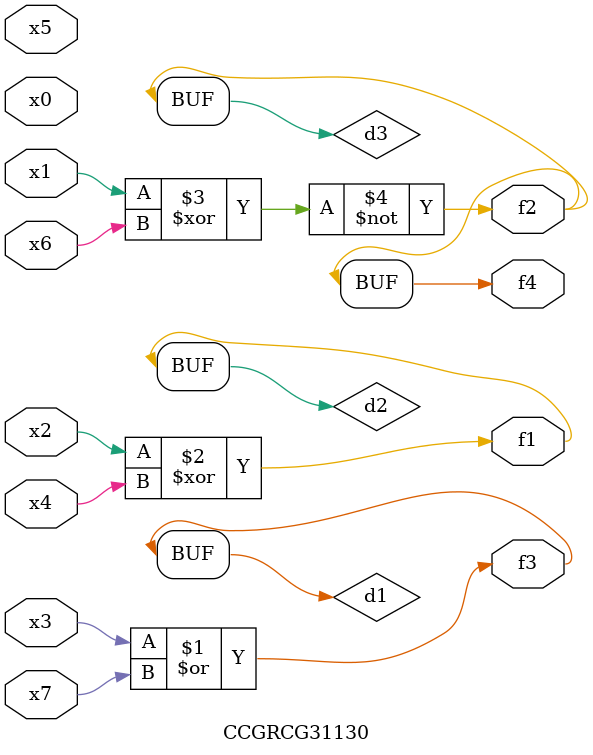
<source format=v>
module CCGRCG31130(
	input x0, x1, x2, x3, x4, x5, x6, x7,
	output f1, f2, f3, f4
);

	wire d1, d2, d3;

	or (d1, x3, x7);
	xor (d2, x2, x4);
	xnor (d3, x1, x6);
	assign f1 = d2;
	assign f2 = d3;
	assign f3 = d1;
	assign f4 = d3;
endmodule

</source>
